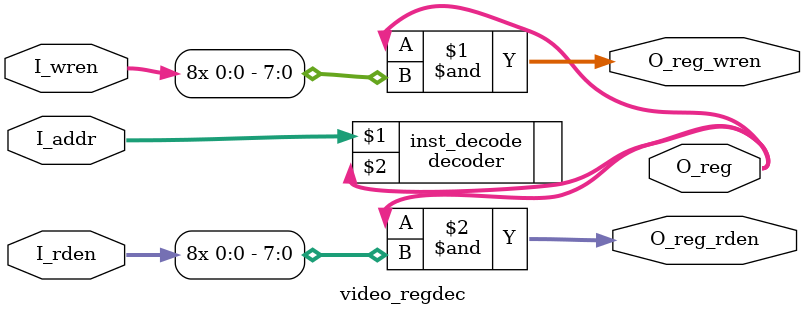
<source format=sv>
module video_regdec (I_addr, I_wren, I_rden, O_reg, O_reg_wren, O_reg_rden);

  input   wire[2:0]   I_addr;
  input   wire        I_wren;
  input   wire        I_rden;

  output  wire[7:0]   O_reg;
  output  wire[7:0]   O_reg_wren;
  output  wire[7:0]   O_reg_rden;
  
  decoder #(.P_width(3)) inst_decode (I_addr, O_reg);

  assign O_reg_wren = O_reg & {8 {I_wren}};
  assign O_reg_rden = O_reg & {8 {I_rden}};

endmodule
</source>
